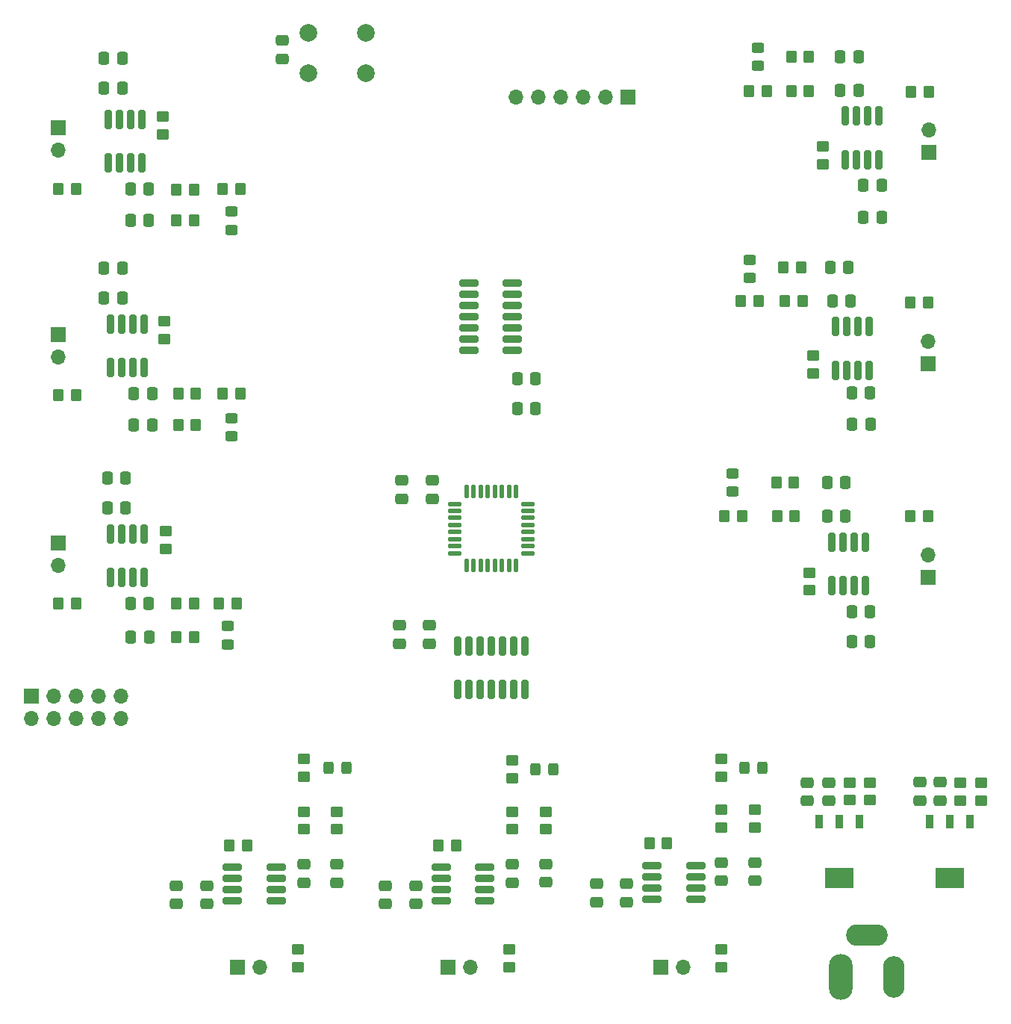
<source format=gbr>
%TF.GenerationSoftware,KiCad,Pcbnew,(6.0.11-0)*%
%TF.CreationDate,2023-11-08T02:02:09-06:00*%
%TF.ProjectId,ECE395_Digital_Target,45434533-3935-45f4-9469-676974616c5f,rev?*%
%TF.SameCoordinates,Original*%
%TF.FileFunction,Soldermask,Top*%
%TF.FilePolarity,Negative*%
%FSLAX46Y46*%
G04 Gerber Fmt 4.6, Leading zero omitted, Abs format (unit mm)*
G04 Created by KiCad (PCBNEW (6.0.11-0)) date 2023-11-08 02:02:09*
%MOMM*%
%LPD*%
G01*
G04 APERTURE LIST*
G04 Aperture macros list*
%AMRoundRect*
0 Rectangle with rounded corners*
0 $1 Rounding radius*
0 $2 $3 $4 $5 $6 $7 $8 $9 X,Y pos of 4 corners*
0 Add a 4 corners polygon primitive as box body*
4,1,4,$2,$3,$4,$5,$6,$7,$8,$9,$2,$3,0*
0 Add four circle primitives for the rounded corners*
1,1,$1+$1,$2,$3*
1,1,$1+$1,$4,$5*
1,1,$1+$1,$6,$7*
1,1,$1+$1,$8,$9*
0 Add four rect primitives between the rounded corners*
20,1,$1+$1,$2,$3,$4,$5,0*
20,1,$1+$1,$4,$5,$6,$7,0*
20,1,$1+$1,$6,$7,$8,$9,0*
20,1,$1+$1,$8,$9,$2,$3,0*%
G04 Aperture macros list end*
%ADD10RoundRect,0.250000X0.337500X0.475000X-0.337500X0.475000X-0.337500X-0.475000X0.337500X-0.475000X0*%
%ADD11RoundRect,0.250000X0.475000X-0.337500X0.475000X0.337500X-0.475000X0.337500X-0.475000X-0.337500X0*%
%ADD12R,1.700000X1.700000*%
%ADD13O,1.700000X1.700000*%
%ADD14RoundRect,0.250000X-0.450000X0.325000X-0.450000X-0.325000X0.450000X-0.325000X0.450000X0.325000X0*%
%ADD15RoundRect,0.250000X-0.337500X-0.475000X0.337500X-0.475000X0.337500X0.475000X-0.337500X0.475000X0*%
%ADD16RoundRect,0.144000X0.943000X0.258000X-0.943000X0.258000X-0.943000X-0.258000X0.943000X-0.258000X0*%
%ADD17RoundRect,0.144000X-0.258000X0.943000X-0.258000X-0.943000X0.258000X-0.943000X0.258000X0.943000X0*%
%ADD18RoundRect,0.250000X-0.350000X-0.450000X0.350000X-0.450000X0.350000X0.450000X-0.350000X0.450000X0*%
%ADD19O,2.704000X5.204000*%
%ADD20O,2.454000X4.704000*%
%ADD21O,4.704000X2.454000*%
%ADD22RoundRect,0.192000X-0.895000X-0.210000X0.895000X-0.210000X0.895000X0.210000X-0.895000X0.210000X0*%
%ADD23RoundRect,0.250000X0.450000X-0.350000X0.450000X0.350000X-0.450000X0.350000X-0.450000X-0.350000X0*%
%ADD24RoundRect,0.250000X0.350000X0.450000X-0.350000X0.450000X-0.350000X-0.450000X0.350000X-0.450000X0*%
%ADD25RoundRect,0.250000X-0.450000X0.350000X-0.450000X-0.350000X0.450000X-0.350000X0.450000X0.350000X0*%
%ADD26R,0.914400X1.600200*%
%ADD27RoundRect,0.192000X0.210000X-0.895000X0.210000X0.895000X-0.210000X0.895000X-0.210000X-0.895000X0*%
%ADD28RoundRect,0.250000X0.325000X0.450000X-0.325000X0.450000X-0.325000X-0.450000X0.325000X-0.450000X0*%
%ADD29RoundRect,0.125000X0.625000X0.125000X-0.625000X0.125000X-0.625000X-0.125000X0.625000X-0.125000X0*%
%ADD30RoundRect,0.125000X0.125000X0.625000X-0.125000X0.625000X-0.125000X-0.625000X0.125000X-0.625000X0*%
%ADD31RoundRect,0.250000X-0.475000X0.337500X-0.475000X-0.337500X0.475000X-0.337500X0.475000X0.337500X0*%
%ADD32RoundRect,0.250000X0.450000X-0.325000X0.450000X0.325000X-0.450000X0.325000X-0.450000X-0.325000X0*%
%ADD33C,2.000000*%
%ADD34RoundRect,0.144000X0.258000X-0.943000X0.258000X0.943000X-0.258000X0.943000X-0.258000X-0.943000X0*%
G04 APERTURE END LIST*
%TO.C,CR2*%
G36*
X162025600Y-131556100D02*
G01*
X158774400Y-131556100D01*
X158774400Y-129244700D01*
X162025600Y-129244700D01*
X162025600Y-131556100D01*
G37*
%TO.C,CR1*%
G36*
X149454100Y-131543400D02*
G01*
X146202900Y-131543400D01*
X146202900Y-129232000D01*
X149454100Y-129232000D01*
X149454100Y-131543400D01*
G37*
%TD*%
D10*
%TO.C,C206*%
X151337500Y-103600000D03*
X149262500Y-103600000D03*
%TD*%
D11*
%TO.C,10uF4*%
X159250000Y-121637500D03*
X159250000Y-119562500D03*
%TD*%
D12*
%TO.C,S2*%
X123925000Y-41900000D03*
D13*
X121385000Y-41900000D03*
X118845000Y-41900000D03*
X116305000Y-41900000D03*
X113765000Y-41900000D03*
X111225000Y-41900000D03*
%TD*%
D14*
%TO.C,D6*%
X135700000Y-84575000D03*
X135700000Y-86625000D03*
%TD*%
D15*
%TO.C,C234*%
X147962500Y-41100000D03*
X150037500Y-41100000D03*
%TD*%
D10*
%TO.C,C232*%
X69937500Y-75500000D03*
X67862500Y-75500000D03*
%TD*%
D16*
%TO.C,OP9*%
X131570000Y-132805000D03*
X131570000Y-131535000D03*
X131570000Y-130265000D03*
X131570000Y-128995000D03*
X126630000Y-128995000D03*
X126630000Y-130265000D03*
X126630000Y-131535000D03*
X126630000Y-132805000D03*
%TD*%
D17*
%TO.C,OP4*%
X152305000Y-44030000D03*
X151035000Y-44030000D03*
X149765000Y-44030000D03*
X148495000Y-44030000D03*
X148495000Y-48970000D03*
X149765000Y-48970000D03*
X151035000Y-48970000D03*
X152305000Y-48970000D03*
%TD*%
%TO.C,OP6*%
X150805000Y-92330000D03*
X149535000Y-92330000D03*
X148265000Y-92330000D03*
X146995000Y-92330000D03*
X146995000Y-97270000D03*
X148265000Y-97270000D03*
X149535000Y-97270000D03*
X150805000Y-97270000D03*
%TD*%
D15*
%TO.C,C212*%
X64462500Y-64700000D03*
X66537500Y-64700000D03*
%TD*%
D11*
%TO.C,10uF1*%
X144200000Y-121687500D03*
X144200000Y-119612500D03*
%TD*%
D15*
%TO.C,C235*%
X147062500Y-65000000D03*
X149137500Y-65000000D03*
%TD*%
D18*
%TO.C,R4*%
X137600000Y-41200000D03*
X139600000Y-41200000D03*
%TD*%
D19*
%TO.C,J0*%
X148000000Y-141600000D03*
D20*
X154000000Y-141600000D03*
D21*
X151000000Y-136900000D03*
%TD*%
D11*
%TO.C,C218*%
X99800000Y-133375000D03*
X99800000Y-131300000D03*
%TD*%
D22*
%TO.C,NOT1*%
X105825000Y-62990000D03*
X105825000Y-64260000D03*
X105825000Y-65530000D03*
X105825000Y-66800000D03*
X105825000Y-68070000D03*
X105825000Y-69340000D03*
X105825000Y-70610000D03*
X110775000Y-70610000D03*
X110775000Y-69340000D03*
X110775000Y-68070000D03*
X110775000Y-66800000D03*
X110775000Y-65530000D03*
X110775000Y-64260000D03*
X110775000Y-62990000D03*
%TD*%
D10*
%TO.C,C205*%
X151375000Y-79000000D03*
X149300000Y-79000000D03*
%TD*%
D23*
%TO.C,R22*%
X71300000Y-69300000D03*
X71300000Y-67300000D03*
%TD*%
D24*
%TO.C,R35*%
X157900000Y-65200000D03*
X155900000Y-65200000D03*
%TD*%
%TO.C,R29*%
X128300000Y-126500000D03*
X126300000Y-126500000D03*
%TD*%
D18*
%TO.C,R11*%
X72700000Y-52380000D03*
X74700000Y-52380000D03*
%TD*%
D10*
%TO.C,C215*%
X151337500Y-75400000D03*
X149262500Y-75400000D03*
%TD*%
%TO.C,C204*%
X152637500Y-55500000D03*
X150562500Y-55500000D03*
%TD*%
D18*
%TO.C,R33*%
X59300000Y-99300000D03*
X61300000Y-99300000D03*
%TD*%
D11*
%TO.C,C241*%
X98000000Y-103837500D03*
X98000000Y-101762500D03*
%TD*%
D23*
%TO.C,R21*%
X71100000Y-46100000D03*
X71100000Y-44100000D03*
%TD*%
D25*
%TO.C,R24*%
X146000000Y-47500000D03*
X146000000Y-49500000D03*
%TD*%
D18*
%TO.C,R5*%
X136700000Y-65000000D03*
X138700000Y-65000000D03*
%TD*%
D25*
%TO.C,R25*%
X144900000Y-71200000D03*
X144900000Y-73200000D03*
%TD*%
D15*
%TO.C,C203*%
X64862500Y-85100000D03*
X66937500Y-85100000D03*
%TD*%
D18*
%TO.C,R13*%
X72700000Y-99300000D03*
X74700000Y-99300000D03*
%TD*%
D16*
%TO.C,OP8*%
X107670000Y-133005000D03*
X107670000Y-131735000D03*
X107670000Y-130465000D03*
X107670000Y-129195000D03*
X102730000Y-129195000D03*
X102730000Y-130465000D03*
X102730000Y-131735000D03*
X102730000Y-133005000D03*
%TD*%
D26*
%TO.C,CR2*%
X162700000Y-123999600D03*
X160400000Y-123999600D03*
X158100000Y-123999600D03*
%TD*%
D15*
%TO.C,C225*%
X146825000Y-61200000D03*
X148900000Y-61200000D03*
%TD*%
D10*
%TO.C,C214*%
X152637500Y-51900000D03*
X150562500Y-51900000D03*
%TD*%
%TO.C,C233*%
X69537500Y-99300000D03*
X67462500Y-99300000D03*
%TD*%
D25*
%TO.C,R101*%
X161600000Y-119650000D03*
X161600000Y-121650000D03*
%TD*%
D11*
%TO.C,C217*%
X76100000Y-133337500D03*
X76100000Y-131262500D03*
%TD*%
%TO.C,C208*%
X96400000Y-133337500D03*
X96400000Y-131262500D03*
%TD*%
D15*
%TO.C,C211*%
X64462500Y-40900000D03*
X66537500Y-40900000D03*
%TD*%
D23*
%TO.C,R9*%
X134500000Y-118900000D03*
X134500000Y-116900000D03*
%TD*%
D15*
%TO.C,C224*%
X147962500Y-37300000D03*
X150037500Y-37300000D03*
%TD*%
D23*
%TO.C,R49*%
X138300000Y-124700000D03*
X138300000Y-122700000D03*
%TD*%
D15*
%TO.C,C202*%
X64462500Y-61300000D03*
X66537500Y-61300000D03*
%TD*%
D12*
%TO.C,J1*%
X59300000Y-45400000D03*
D13*
X59300000Y-47940000D03*
%TD*%
D12*
%TO.C,J7*%
X79600000Y-140500000D03*
D13*
X82140000Y-140500000D03*
%TD*%
D26*
%TO.C,CR1*%
X150128500Y-123986900D03*
X147828500Y-123986900D03*
X145528500Y-123986900D03*
%TD*%
D15*
%TO.C,C236*%
X146462500Y-89400000D03*
X148537500Y-89400000D03*
%TD*%
D11*
%TO.C,C207*%
X72700000Y-133337500D03*
X72700000Y-131262500D03*
%TD*%
D18*
%TO.C,R42*%
X72900000Y-79100000D03*
X74900000Y-79100000D03*
%TD*%
D23*
%TO.C,R18*%
X110800000Y-124900000D03*
X110800000Y-122900000D03*
%TD*%
D12*
%TO.C,J4*%
X158000000Y-48200000D03*
D13*
X158000000Y-45660000D03*
%TD*%
D11*
%TO.C,C300*%
X84700000Y-37537500D03*
X84700000Y-35462500D03*
%TD*%
D24*
%TO.C,R27*%
X80700000Y-126700000D03*
X78700000Y-126700000D03*
%TD*%
D14*
%TO.C,D5*%
X137700000Y-60375000D03*
X137700000Y-62425000D03*
%TD*%
D10*
%TO.C,C223*%
X69575000Y-103100000D03*
X67500000Y-103100000D03*
%TD*%
D27*
%TO.C,NOT2*%
X104590000Y-109075000D03*
X105860000Y-109075000D03*
X107130000Y-109075000D03*
X108400000Y-109075000D03*
X109670000Y-109075000D03*
X110940000Y-109075000D03*
X112210000Y-109075000D03*
X112210000Y-104125000D03*
X110940000Y-104125000D03*
X109670000Y-104125000D03*
X108400000Y-104125000D03*
X107130000Y-104125000D03*
X105860000Y-104125000D03*
X104590000Y-104125000D03*
%TD*%
D10*
%TO.C,C216*%
X151337500Y-100200000D03*
X149262500Y-100200000D03*
%TD*%
D12*
%TO.C,J5*%
X157900000Y-72100000D03*
D13*
X157900000Y-69560000D03*
%TD*%
D18*
%TO.C,R6*%
X134800000Y-89400000D03*
X136800000Y-89400000D03*
%TD*%
D15*
%TO.C,C213*%
X64862500Y-88500000D03*
X66937500Y-88500000D03*
%TD*%
%TO.C,C226*%
X146462500Y-85600000D03*
X148537500Y-85600000D03*
%TD*%
D10*
%TO.C,C221*%
X69537500Y-55900000D03*
X67462500Y-55900000D03*
%TD*%
D24*
%TO.C,R46*%
X142700000Y-85600000D03*
X140700000Y-85600000D03*
%TD*%
D12*
%TO.C,S1*%
X56260000Y-109800000D03*
D13*
X56260000Y-112340000D03*
X58800000Y-109800000D03*
X58800000Y-112340000D03*
X61340000Y-109800000D03*
X61340000Y-112340000D03*
X63880000Y-109800000D03*
X63880000Y-112340000D03*
X66420000Y-109800000D03*
X66420000Y-112340000D03*
%TD*%
D23*
%TO.C,R7*%
X87100000Y-118900000D03*
X87100000Y-116900000D03*
%TD*%
D14*
%TO.C,D4*%
X138600000Y-36275000D03*
X138600000Y-38325000D03*
%TD*%
D12*
%TO.C,J9*%
X127600000Y-140500000D03*
D13*
X130140000Y-140500000D03*
%TD*%
D16*
%TO.C,OP7*%
X83970000Y-133005000D03*
X83970000Y-131735000D03*
X83970000Y-130465000D03*
X83970000Y-129195000D03*
X79030000Y-129195000D03*
X79030000Y-130465000D03*
X79030000Y-131735000D03*
X79030000Y-133005000D03*
%TD*%
D18*
%TO.C,R43*%
X72700000Y-103100000D03*
X74700000Y-103100000D03*
%TD*%
%TO.C,R14*%
X142400000Y-41200000D03*
X144400000Y-41200000D03*
%TD*%
D28*
%TO.C,D7*%
X91950000Y-117900000D03*
X89900000Y-117900000D03*
%TD*%
D18*
%TO.C,R31*%
X59300000Y-52300000D03*
X61300000Y-52300000D03*
%TD*%
D23*
%TO.C,R48*%
X114600000Y-124900000D03*
X114600000Y-122900000D03*
%TD*%
D29*
%TO.C,U1*%
X112575000Y-93600000D03*
X112575000Y-92800000D03*
X112575000Y-92000000D03*
X112575000Y-91200000D03*
X112575000Y-90400000D03*
X112575000Y-89600000D03*
X112575000Y-88800000D03*
X112575000Y-88000000D03*
D30*
X111200000Y-86625000D03*
X110400000Y-86625000D03*
X109600000Y-86625000D03*
X108800000Y-86625000D03*
X108000000Y-86625000D03*
X107200000Y-86625000D03*
X106400000Y-86625000D03*
X105600000Y-86625000D03*
D29*
X104225000Y-88000000D03*
X104225000Y-88800000D03*
X104225000Y-89600000D03*
X104225000Y-90400000D03*
X104225000Y-91200000D03*
X104225000Y-92000000D03*
X104225000Y-92800000D03*
X104225000Y-93600000D03*
D30*
X105600000Y-94975000D03*
X106400000Y-94975000D03*
X107200000Y-94975000D03*
X108000000Y-94975000D03*
X108800000Y-94975000D03*
X109600000Y-94975000D03*
X110400000Y-94975000D03*
X111200000Y-94975000D03*
%TD*%
D31*
%TO.C,C229*%
X138300000Y-128662500D03*
X138300000Y-130737500D03*
%TD*%
D15*
%TO.C,C250*%
X111325000Y-77200000D03*
X113400000Y-77200000D03*
%TD*%
D11*
%TO.C,C219*%
X123700000Y-133137500D03*
X123700000Y-131062500D03*
%TD*%
D23*
%TO.C,R39*%
X134500000Y-140500000D03*
X134500000Y-138500000D03*
%TD*%
D18*
%TO.C,R16*%
X140800000Y-89400000D03*
X142800000Y-89400000D03*
%TD*%
D15*
%TO.C,C201*%
X64462500Y-37500000D03*
X66537500Y-37500000D03*
%TD*%
D31*
%TO.C,C242*%
X98200000Y-85362500D03*
X98200000Y-87437500D03*
%TD*%
%TO.C,C237*%
X87100000Y-128862500D03*
X87100000Y-130937500D03*
%TD*%
D28*
%TO.C,D9*%
X139125000Y-117900000D03*
X137075000Y-117900000D03*
%TD*%
D18*
%TO.C,R12*%
X72900000Y-75500000D03*
X74900000Y-75500000D03*
%TD*%
%TO.C,R2*%
X77900000Y-75500000D03*
X79900000Y-75500000D03*
%TD*%
D12*
%TO.C,J6*%
X157900000Y-96300000D03*
D13*
X157900000Y-93760000D03*
%TD*%
D11*
%TO.C,10uF2*%
X156950000Y-121637500D03*
X156950000Y-119562500D03*
%TD*%
D23*
%TO.C,R23*%
X71500000Y-93100000D03*
X71500000Y-91100000D03*
%TD*%
D18*
%TO.C,R1*%
X77900000Y-52300000D03*
X79900000Y-52300000D03*
%TD*%
D23*
%TO.C,R17*%
X87100000Y-124900000D03*
X87100000Y-122900000D03*
%TD*%
D18*
%TO.C,R41*%
X72700000Y-55900000D03*
X74700000Y-55900000D03*
%TD*%
D12*
%TO.C,J8*%
X103500000Y-140500000D03*
D13*
X106040000Y-140500000D03*
%TD*%
D32*
%TO.C,D2*%
X78900000Y-80325000D03*
X78900000Y-78275000D03*
%TD*%
D31*
%TO.C,C238*%
X110800000Y-128862500D03*
X110800000Y-130937500D03*
%TD*%
D11*
%TO.C,C251*%
X101400000Y-103837500D03*
X101400000Y-101762500D03*
%TD*%
D18*
%TO.C,R3*%
X77500000Y-99300000D03*
X79500000Y-99300000D03*
%TD*%
D33*
%TO.C,SW1*%
X87650000Y-34650000D03*
X94150000Y-34650000D03*
X94150000Y-39150000D03*
X87650000Y-39150000D03*
%TD*%
D10*
%TO.C,C222*%
X69937500Y-79100000D03*
X67862500Y-79100000D03*
%TD*%
D11*
%TO.C,10uF3*%
X146650000Y-121687500D03*
X146650000Y-119612500D03*
%TD*%
D23*
%TO.C,R47*%
X90900000Y-124900000D03*
X90900000Y-122900000D03*
%TD*%
D24*
%TO.C,R44*%
X144400000Y-37300000D03*
X142400000Y-37300000D03*
%TD*%
D34*
%TO.C,OP2*%
X65195000Y-72570000D03*
X66465000Y-72570000D03*
X67735000Y-72570000D03*
X69005000Y-72570000D03*
X69005000Y-67630000D03*
X67735000Y-67630000D03*
X66465000Y-67630000D03*
X65195000Y-67630000D03*
%TD*%
D18*
%TO.C,R32*%
X59300000Y-75700000D03*
X61300000Y-75700000D03*
%TD*%
D31*
%TO.C,C239*%
X134500000Y-128662500D03*
X134500000Y-130737500D03*
%TD*%
D23*
%TO.C,R37*%
X86500000Y-140500000D03*
X86500000Y-138500000D03*
%TD*%
D11*
%TO.C,C209*%
X120300000Y-133137500D03*
X120300000Y-131062500D03*
%TD*%
D31*
%TO.C,C228*%
X114600000Y-128825000D03*
X114600000Y-130900000D03*
%TD*%
D23*
%TO.C,R19*%
X134500000Y-124700000D03*
X134500000Y-122700000D03*
%TD*%
D31*
%TO.C,C252*%
X101725000Y-85362500D03*
X101725000Y-87437500D03*
%TD*%
%TO.C,C227*%
X90900000Y-128862500D03*
X90900000Y-130937500D03*
%TD*%
D23*
%TO.C,R8*%
X110800000Y-119100000D03*
X110800000Y-117100000D03*
%TD*%
D18*
%TO.C,R15*%
X141700000Y-65000000D03*
X143700000Y-65000000D03*
%TD*%
D28*
%TO.C,D8*%
X115425000Y-118100000D03*
X113375000Y-118100000D03*
%TD*%
D25*
%TO.C,R100*%
X149000000Y-119600000D03*
X149000000Y-121600000D03*
%TD*%
D32*
%TO.C,D3*%
X78500000Y-103925000D03*
X78500000Y-101875000D03*
%TD*%
D34*
%TO.C,OP1*%
X64995000Y-49370000D03*
X66265000Y-49370000D03*
X67535000Y-49370000D03*
X68805000Y-49370000D03*
X68805000Y-44430000D03*
X67535000Y-44430000D03*
X66265000Y-44430000D03*
X64995000Y-44430000D03*
%TD*%
D12*
%TO.C,J3*%
X59300000Y-92400000D03*
D13*
X59300000Y-94940000D03*
%TD*%
D24*
%TO.C,R36*%
X157900000Y-89400000D03*
X155900000Y-89400000D03*
%TD*%
D10*
%TO.C,C231*%
X69537500Y-52300000D03*
X67462500Y-52300000D03*
%TD*%
D24*
%TO.C,R28*%
X104400000Y-126700000D03*
X102400000Y-126700000D03*
%TD*%
D25*
%TO.C,R26*%
X144500000Y-95800000D03*
X144500000Y-97800000D03*
%TD*%
D12*
%TO.C,J2*%
X59300000Y-68800000D03*
D13*
X59300000Y-71340000D03*
%TD*%
D15*
%TO.C,C240*%
X111325000Y-73800000D03*
X113400000Y-73800000D03*
%TD*%
D17*
%TO.C,OP5*%
X151205000Y-67930000D03*
X149935000Y-67930000D03*
X148665000Y-67930000D03*
X147395000Y-67930000D03*
X147395000Y-72870000D03*
X148665000Y-72870000D03*
X149935000Y-72870000D03*
X151205000Y-72870000D03*
%TD*%
D23*
%TO.C,R38*%
X110400000Y-140500000D03*
X110400000Y-138500000D03*
%TD*%
D24*
%TO.C,R45*%
X143500000Y-61200000D03*
X141500000Y-61200000D03*
%TD*%
D32*
%TO.C,D1*%
X78900000Y-56925000D03*
X78900000Y-54875000D03*
%TD*%
D23*
%TO.C,R103*%
X163900000Y-121650000D03*
X163900000Y-119650000D03*
%TD*%
%TO.C,R102*%
X151300000Y-121600000D03*
X151300000Y-119600000D03*
%TD*%
D24*
%TO.C,R34*%
X158000000Y-41300000D03*
X156000000Y-41300000D03*
%TD*%
D34*
%TO.C,OP3*%
X65195000Y-96370000D03*
X66465000Y-96370000D03*
X67735000Y-96370000D03*
X69005000Y-96370000D03*
X69005000Y-91430000D03*
X67735000Y-91430000D03*
X66465000Y-91430000D03*
X65195000Y-91430000D03*
%TD*%
M02*

</source>
